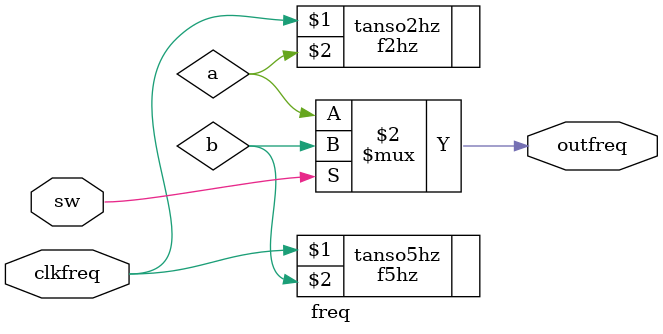
<source format=v>
`timescale 1ns / 1ps
module freq(
input clkfreq, sw,
output outfreq
    );

wire a;
wire b;

f2hz tanso2hz(clkfreq, a);
f5hz tanso5hz(clkfreq, b);

assign outfreq = (sw==1)?b:a;
endmodule

</source>
